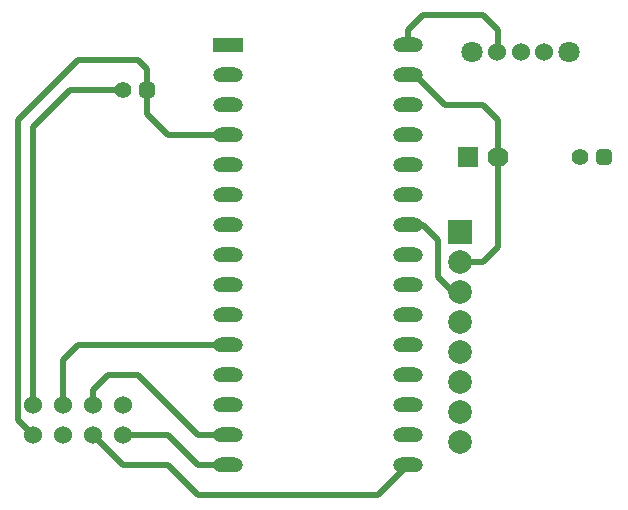
<source format=gtl>
G04 Layer_Physical_Order=1*
G04 Layer_Color=25308*
%FSLAX25Y25*%
%MOIN*%
G70*
G01*
G75*
%ADD10C,0.01969*%
G04:AMPARAMS|DCode=11|XSize=55.12mil|YSize=55.12mil|CornerRadius=16.54mil|HoleSize=0mil|Usage=FLASHONLY|Rotation=0.000|XOffset=0mil|YOffset=0mil|HoleType=Round|Shape=RoundedRectangle|*
%AMROUNDEDRECTD11*
21,1,0.05512,0.02205,0,0,0.0*
21,1,0.02205,0.05512,0,0,0.0*
1,1,0.03307,0.01102,-0.01102*
1,1,0.03307,-0.01102,-0.01102*
1,1,0.03307,-0.01102,0.01102*
1,1,0.03307,0.01102,0.01102*
%
%ADD11ROUNDEDRECTD11*%
%ADD12C,0.05512*%
%ADD13C,0.07000*%
%ADD14R,0.07000X0.07000*%
%ADD15C,0.06000*%
%ADD16O,0.10000X0.05000*%
%ADD17R,0.10000X0.05000*%
%ADD18R,0.07874X0.07874*%
%ADD19C,0.07874*%
%ADD20C,0.07087*%
D10*
X270000Y332500D02*
Y345000D01*
X265000Y350000D02*
X270000Y345000D01*
X260000Y350000D02*
X265000D01*
X275000Y327500D02*
X277500D01*
X270000Y332500D02*
X275000Y327500D01*
X277500Y337500D02*
X285000D01*
X290000Y342500D01*
Y372500D01*
Y385000D01*
X285000Y390000D02*
X290000Y385000D01*
X272500Y390000D02*
X285000D01*
X262500Y400000D02*
X272500Y390000D01*
X260000Y400000D02*
X262500D01*
X290000Y407850D02*
Y415000D01*
X285000Y420000D02*
X290000Y415000D01*
X265000Y420000D02*
X285000D01*
X260000Y415000D02*
X265000Y420000D01*
X260000Y410000D02*
Y415000D01*
X147500Y395000D02*
X165000D01*
X135000Y382500D02*
X147500Y395000D01*
X135000Y290000D02*
Y382500D01*
X155000Y280000D02*
X165000Y270000D01*
X180000D01*
X190000Y260000D01*
X250000D01*
X260000Y270000D01*
X165000Y280000D02*
X180000D01*
X190000Y270000D01*
X200000D01*
X145000Y290000D02*
Y305000D01*
X150000Y310000D01*
X200000D01*
X155000Y290000D02*
Y295000D01*
X160000Y300000D01*
X170000D01*
X190000Y280000D01*
X200000D01*
X130000Y285000D02*
Y385000D01*
Y285000D02*
X135000Y280000D01*
X130000Y385000D02*
X150000Y405000D01*
X170000D02*
X172874Y402126D01*
X150000Y405000D02*
X170000D01*
X172874Y387126D02*
X180000Y380000D01*
X200000D01*
X172874Y387126D02*
Y395000D01*
Y402126D01*
D11*
X325374Y372500D02*
D03*
X172874Y395000D02*
D03*
D12*
X317500Y372500D02*
D03*
X165000Y395000D02*
D03*
D13*
X290000Y372500D02*
D03*
D14*
X280000D02*
D03*
D15*
X135000Y290000D02*
D03*
Y280000D02*
D03*
X145000Y290000D02*
D03*
Y280000D02*
D03*
X155000Y290000D02*
D03*
Y280000D02*
D03*
X165000Y290000D02*
D03*
Y280000D02*
D03*
X305450Y407500D02*
D03*
X297550D02*
D03*
X289650D02*
D03*
D16*
X260000Y270000D02*
D03*
Y280000D02*
D03*
Y290000D02*
D03*
Y300000D02*
D03*
Y310000D02*
D03*
Y320000D02*
D03*
Y330000D02*
D03*
Y340000D02*
D03*
Y350000D02*
D03*
Y360000D02*
D03*
Y370000D02*
D03*
Y380000D02*
D03*
Y390000D02*
D03*
Y400000D02*
D03*
Y410000D02*
D03*
X200000Y270000D02*
D03*
Y280000D02*
D03*
Y290000D02*
D03*
Y300000D02*
D03*
Y310000D02*
D03*
Y320000D02*
D03*
Y330000D02*
D03*
Y340000D02*
D03*
Y350000D02*
D03*
Y360000D02*
D03*
Y370000D02*
D03*
Y380000D02*
D03*
Y390000D02*
D03*
Y400000D02*
D03*
D17*
Y410000D02*
D03*
D18*
X277500Y347500D02*
D03*
D19*
Y337500D02*
D03*
Y327500D02*
D03*
Y317500D02*
D03*
Y307500D02*
D03*
Y297500D02*
D03*
Y287500D02*
D03*
Y277500D02*
D03*
D20*
X313650Y407500D02*
D03*
X281350D02*
D03*
M02*

</source>
